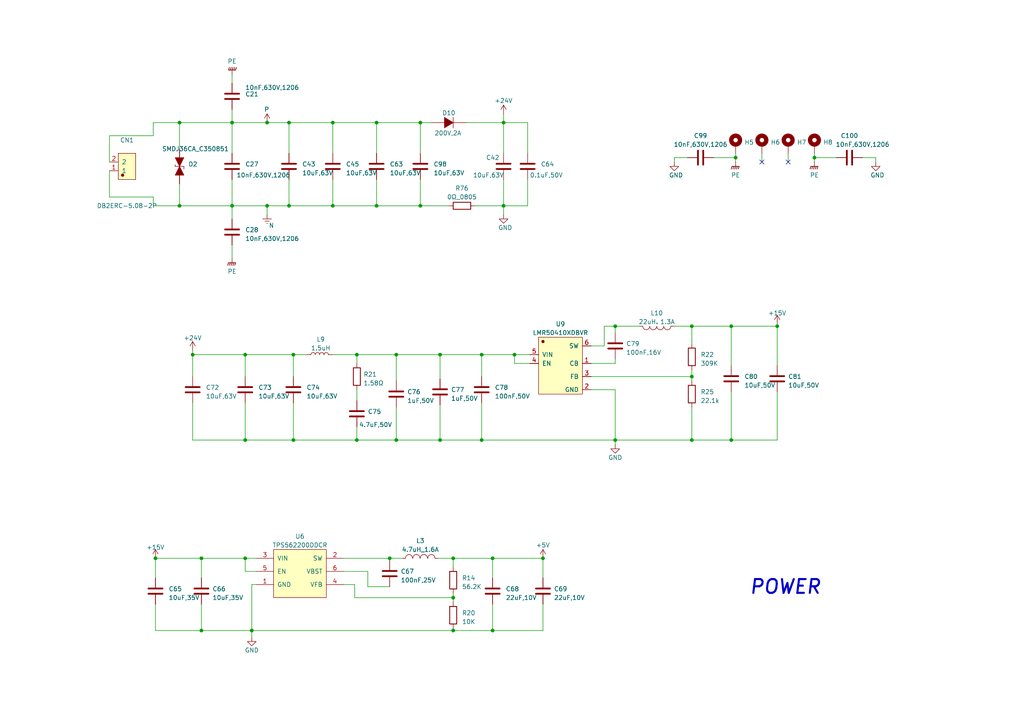
<source format=kicad_sch>
(kicad_sch (version 20230121) (generator eeschema)
  (paper "A4")
  (lib_symbols
    (symbol "00_HPM_power:+24V" (power) (pin_names (offset 0))
      (property "Value" "+24V" (at 0 3.556 0))
      (symbol "+24V_1_1"
        (pin power_in line (at 0 0 90) (length 0) hide (name "+24V") (number "1"))
      )
    )
    (symbol "00_PWR:+15V" (power) (pin_names (offset 0))
      (property "Value" "+15V" (at 0 3.556 0))
      (symbol "+15V_1_1"
        (pin power_in line (at 0 0 90) (length 0) hide (name "+15V") (number "1"))
      )
    )
    (symbol "00_PWR:+24V" (power) (pin_names (offset 0))
      (property "Value" "+24V" (at 0 3.556 0))
      (symbol "+24V_1_1"
        (pin power_in line (at 0 0 90) (length 0) hide (name "+24V") (number "1"))
      )
    )
    (symbol "00_PWR:10nF,630V,1206" (pin_numbers hide) (pin_names (offset 0.254))
      (property "Reference" "C" (at 0.635 2.54 0))
      (property "Value" "10nF,630V,1206" (at 0.635 -2.54 0))
      (symbol "10nF,630V,1206_1_1"
        (pin passive line (at 0 3.81 270) (length 2.794) (name "~") (number "1"))
        (pin passive line (at 0 -3.81 90) (length 2.794) (name "~") (number "2"))
      )
    )
    (symbol "00_PWR:N" (power) (pin_names (offset 0))
      (property "Value" "N" (at 0 -3.81 0))
      (symbol "N_1_1"
        (pin power_in line (at 0 0 270) (length 0) hide (name "N") (number "1"))
      )
    )
    (symbol "00_PWR:P" (power) (pin_names (offset 0))
      (property "Value" "P" (at 0 3.556 0))
      (symbol "P_1_1"
        (pin power_in line (at 0 0 90) (length 0) hide (name "P") (number "1"))
      )
    )
    (symbol "00_PWR:PE" (power) (pin_names (offset 0))
      (property "Value" "PE" (at 0 -3.302 0))
      (symbol "PE_1_1"
        (pin power_in line (at 0 0 270) (length 0) hide (name "PE") (number "1"))
      )
    )
    (symbol "00_PWR:TPS562200DDCR" (pin_names (offset 1.016))
      (property "Reference" "U" (at 0 7.747 0))
      (property "Value" "TPS562200DDCR" (at 0 12.827 0))
      (symbol "TPS562200DDCR_1_1"
        (pin input line (at -12.7 -5.08 0) (length 5.08) (name "GND") (number "1"))
        (pin input line (at 12.7 2.54 180) (length 5.08) (name "SW") (number "2"))
        (pin input line (at -12.7 2.54 0) (length 5.08) (name "VIN") (number "3"))
        (pin input line (at 12.7 -5.08 180) (length 5.08) (name "VFB") (number "4"))
        (pin input line (at -12.7 -1.27 0) (length 5.08) (name "EN") (number "5"))
        (pin input line (at 12.7 -1.27 180) (length 5.08) (name "VBST") (number "6"))
      )
    )
    (symbol "00_PWR:XRCD105-331K" (pin_numbers hide) (pin_names (offset 1.016) hide)
      (property "Reference" "L" (at 0 3.556 0))
      (property "Value" "XRCD105-220M" (at 0 6.35 0))
      (symbol "XRCD105-331K_1_1"
        (pin input line (at -5.08 0 0) (length 1.016) (name "1") (number "1"))
        (pin input line (at 5.08 0 180) (length 1.016) (name "2") (number "2"))
      )
    )
    (symbol "01-HPM-Peripheral:MountingHole_Pad" (pin_numbers hide) (pin_names (offset 1.016) hide)
      (property "Reference" "H" (at -1.27 7.62 0))
      (symbol "MountingHole_Pad_1_1"
        (pin input line (at 0 -2.54 90) (length 2.54) (name "1") (number "1"))
      )
    )
    (symbol "02_HPM_Resistor:0Ω_0805" (pin_numbers hide) (pin_names (offset 0))
      (property "Reference" "R" (at 0 5.08 0))
      (property "Value" "0Ω" (at 1.27 7.62 0))
      (symbol "0Ω_0805_1_1"
        (pin passive line (at -3.81 0 0) (length 1.27) (name "~") (number "1"))
        (pin passive line (at 3.81 0 180) (length 1.27) (name "~") (number "2"))
      )
    )
    (symbol "02_HPM_Resistor:1.58Ω_0402" (pin_numbers hide) (pin_names (offset 0))
      (property "Reference" "R" (at 0 6.35 0))
      (property "Value" "1.58Ω" (at 1.27 8.89 0))
      (symbol "1.58Ω_0402_1_1"
        (pin passive line (at -3.81 0 0) (length 1.27) (name "~") (number "1"))
        (pin passive line (at 3.81 0 180) (length 1.27) (name "~") (number "2"))
      )
    )
    (symbol "02_HPM_Resistor:10K_0402" (pin_numbers hide) (pin_names (offset 0))
      (property "Reference" "R" (at 0 3.81 0))
      (property "Value" "10K" (at 0 6.35 0))
      (symbol "10K_0402_1_1"
        (pin passive line (at -3.81 0 0) (length 1.27) (name "~") (number "1"))
        (pin passive line (at 3.81 0 180) (length 1.27) (name "~") (number "2"))
      )
    )
    (symbol "02_HPM_Resistor:22.1K_0402" (pin_numbers hide) (pin_names (offset 0))
      (property "Reference" "R" (at 0 5.08 0))
      (property "Value" "22.1K" (at 0 7.62 0))
      (symbol "22.1K_0402_1_1"
        (pin passive line (at -3.81 0 0) (length 1.27) (name "~") (number "1"))
        (pin passive line (at 3.81 0 180) (length 1.27) (name "~") (number "2"))
      )
    )
    (symbol "02_HPM_Resistor:309K_0402" (pin_numbers hide) (pin_names (offset 0))
      (property "Reference" "R" (at 0 6.35 0))
      (property "Value" "309K" (at 1.27 8.89 0))
      (symbol "309K_0402_1_1"
        (pin passive line (at -3.81 0 0) (length 1.27) (name "~") (number "1"))
        (pin passive line (at 3.81 0 180) (length 1.27) (name "~") (number "2"))
      )
    )
    (symbol "03_HPM_Capacitance:0.1uF,16V_0402" (pin_numbers hide) (pin_names (offset 0.254))
      (property "Reference" "C" (at -1.27 10.16 0))
      (property "Value" "0.1uF,16V" (at -5.08 12.7 0))
      (symbol "0.1uF,16V_0402_1_1"
        (pin passive line (at 0 3.81 270) (length 2.794) (name "~") (number "1"))
        (pin passive line (at 0 -3.81 90) (length 2.794) (name "~") (number "2"))
      )
    )
    (symbol "03_HPM_Capacitance:0.1uF,50V,0603" (pin_numbers hide) (pin_names (offset 0.254))
      (property "Reference" "C" (at 0.635 2.54 0))
      (property "Value" "0.1uF,50V" (at 0.635 -2.54 0))
      (symbol "0.1uF,50V,0603_1_1"
        (pin passive line (at 0 3.81 270) (length 2.794) (name "~") (number "1"))
        (pin passive line (at 0 -3.81 90) (length 2.794) (name "~") (number "2"))
      )
    )
    (symbol "03_HPM_Capacitance:100nF,25V_0805" (pin_numbers hide) (pin_names (offset 0.254))
      (property "Reference" "C" (at -1.27 10.16 0))
      (property "Value" "100nF,25V" (at -5.08 12.7 0))
      (symbol "100nF,25V_0805_1_1"
        (pin passive line (at 0 3.81 270) (length 2.794) (name "~") (number "1"))
        (pin passive line (at 0 -3.81 90) (length 2.794) (name "~") (number "2"))
      )
    )
    (symbol "03_HPM_Capacitance:100nF,50V_0402" (pin_numbers hide) (pin_names (offset 0.254))
      (property "Reference" "C" (at -1.27 10.16 0))
      (property "Value" "100nF,50V" (at -5.08 12.7 0))
      (symbol "100nF,50V_0402_1_1"
        (pin passive line (at 0 3.81 270) (length 2.794) (name "~") (number "1"))
        (pin passive line (at 0 -3.81 90) (length 2.794) (name "~") (number "2"))
      )
    )
    (symbol "03_HPM_Capacitance:10uF,35V_0805" (pin_numbers hide) (pin_names (offset 0.254))
      (property "Reference" "C" (at -1.27 10.16 0))
      (property "Value" "10uF,35V" (at -5.08 12.7 0))
      (symbol "10uF,35V_0805_1_1"
        (pin passive line (at 0 3.81 270) (length 2.794) (name "~") (number "1"))
        (pin passive line (at 0 -3.81 90) (length 2.794) (name "~") (number "2"))
      )
    )
    (symbol "03_HPM_Capacitance:10uF,50V_1206" (pin_numbers hide) (pin_names (offset 0.254))
      (property "Reference" "C" (at -1.27 10.16 0))
      (property "Value" "10uF,50V" (at -5.08 12.7 0))
      (symbol "10uF,50V_1206_1_1"
        (pin passive line (at 0 3.81 270) (length 2.794) (name "~") (number "1"))
        (pin passive line (at 0 -3.81 90) (length 2.794) (name "~") (number "2"))
      )
    )
    (symbol "03_HPM_Capacitance:10uF,63V_1210" (pin_numbers hide) (pin_names (offset 0.254))
      (property "Reference" "C" (at -1.27 10.16 0))
      (property "Value" "10uF,63V" (at -5.08 12.7 0))
      (symbol "10uF,63V_1210_1_1"
        (pin passive line (at 0 3.81 270) (length 2.794) (name "~") (number "1"))
        (pin passive line (at 0 -3.81 90) (length 2.794) (name "~") (number "2"))
      )
    )
    (symbol "03_HPM_Capacitance:22uF,10V_0603" (pin_numbers hide) (pin_names (offset 0.254))
      (property "Reference" "C" (at 0.635 2.54 0))
      (property "Value" "22uF,10V" (at 0.635 -2.54 0))
      (symbol "22uF,10V_0603_1_1"
        (pin passive line (at 0 3.81 270) (length 2.794) (name "~") (number "1"))
        (pin passive line (at 0 -3.81 90) (length 2.794) (name "~") (number "2"))
      )
    )
    (symbol "03_HPM_Capacitance:4.7uF,16V_0603" (pin_numbers hide) (pin_names (offset 0.254))
      (property "Reference" "C" (at 0.635 2.54 0))
      (property "Value" "4.7uF,16V" (at 0.635 -2.54 0))
      (symbol "4.7uF,16V_0603_1_1"
        (pin passive line (at 0 3.81 270) (length 2.794) (name "~") (number "1"))
        (pin passive line (at 0 -3.81 90) (length 2.794) (name "~") (number "2"))
      )
    )
    (symbol "03_HPM_Capacitance:4.7uF,50V_1206" (pin_numbers hide) (pin_names (offset 0.254))
      (property "Reference" "C" (at 0 13.97 0))
      (property "Value" "4.7uF,50V" (at -3.81 10.16 0))
      (symbol "4.7uF,50V_1206_1_1"
        (pin passive line (at 0 3.81 270) (length 2.794) (name "~") (number "1"))
        (pin passive line (at 0 -3.81 90) (length 2.794) (name "~") (number "2"))
      )
    )
    (symbol "04_HPM_Diode:ES2D-13-F_200V,2A" (pin_numbers hide) (pin_names (offset 1.016) hide)
      (property "Reference" "D" (at 0 4.064 0))
      (property "Value" "ES2D-13-F_200V,2A" (at 0 9.144 0))
      (symbol "ES2D-13-F_200V,2A_1_1"
        (pin input line (at -5.08 0 0) (length 3.81) (name "K") (number "1"))
        (pin input line (at 5.08 0 180) (length 3.81) (name "A") (number "2"))
      )
    )
    (symbol "04_HPM_Diode:SMDJ36CA_C350851" (pin_numbers hide) (pin_names (offset 1.016) hide)
      (property "Reference" "D" (at 0 3.81 0))
      (property "Value" "SMDJ36CA_C350851" (at 0 8.89 0))
      (symbol "SMDJ36CA_C350851_1_1"
        (pin input line (at 5.08 0 180) (length 5.08) (name "A2") (number "1"))
        (pin input line (at -5.08 0 0) (length 5.08) (name "A1") (number "2"))
      )
    )
    (symbol "05_HPM_Connector_DB2ERC:DB2ERC-5.08-2P" (pin_names (offset 1.016))
      (property "Reference" "J" (at 0 6.35 0))
      (property "Value" "DB2ERC-5.08-2P" (at 0 11.43 0))
      (symbol "DB2ERC-5.08-2P_1_1"
        (pin input line (at -5.08 1.27 0) (length 2.54) (name "1") (number "1"))
        (pin input line (at -5.08 -1.27 0) (length 2.54) (name "2") (number "2"))
      )
    )
    (symbol "07_HPM_Inductance:4.7uH_1.6A" (pin_numbers hide) (pin_names (offset 1.016) hide)
      (property "Reference" "L" (at 0 2.54 0))
      (property "Value" "4.7uH_1.6A" (at 0 -2.54 0))
      (symbol "4.7uH_1.6A_1_1"
        (pin input line (at -5.08 0 0) (length 0.762) (name "1") (number "1"))
        (pin input line (at 5.08 0 180) (length 0.762) (name "2") (number "2"))
      )
    )
    (symbol "07_HPM_Inductance:L" (pin_numbers hide) (pin_names (offset 1.016) hide)
      (property "Reference" "L" (at 0 -1.27 0))
      (property "Value" "L" (at 0 2.54 0))
      (symbol "L_1_1"
        (pin passive line (at -3.81 0 0) (length 1.27) (name "1") (number "1"))
        (pin passive line (at 3.81 0 180) (length 1.27) (name "2") (number "2"))
      )
    )
    (symbol "08_HPM_Power_IC:LMR50410XDBVR" (pin_names (offset 1.016))
      (property "Reference" "U" (at 0 7.62 0))
      (property "Value" "LMR50410XDBVR" (at 0 12.7 0))
      (symbol "LMR50410XDBVR_1_1"
        (pin input line (at 8.89 -2.54 180) (length 2.54) (name "CB") (number "1"))
        (pin input line (at 8.89 -10.16 180) (length 2.54) (name "GND") (number "2"))
        (pin input line (at 8.89 -6.35 180) (length 2.54) (name "FB") (number "3"))
        (pin input line (at -8.89 -2.54 0) (length 2.54) (name "EN") (number "4"))
        (pin input line (at -8.89 0 0) (length 2.54) (name "VIN") (number "5"))
        (pin input line (at 8.89 2.54 180) (length 2.54) (name "SW") (number "6"))
      )
    )
    (symbol "power:+5V" (power) (pin_names (offset 0))
      (property "Value" "+5V" (at 0 3.556 0))
      (symbol "+5V_1_1"
        (pin power_in line (at 0 0 90) (length 0) hide (name "+5V") (number "1"))
      )
    )
    (symbol "power:GND" (power) (pin_names (offset 0))
      (property "Value" "GND" (at 0 -3.81 0))
      (symbol "GND_1_1"
        (pin power_in line (at 0 0 270) (length 0) hide (name "GND") (number "1"))
      )
    )
  )
  (junction (at 139.7 127.635))
  (junction (at 73.025 182.88))
  (junction (at 52.07 59.69))
  (junction (at 131.445 182.88))
  (junction (at 77.47 59.69))
  (junction (at 142.875 182.88))
  (junction (at 149.225 102.87))
  (junction (at 127.635 102.87))
  (junction (at 67.31 35.56))
  (junction (at 225.425 94.615))
  (junction (at 131.445 161.925))
  (junction (at 52.07 35.56))
  (junction (at 157.48 161.925))
  (junction (at 96.52 35.56))
  (junction (at 212.09 94.615))
  (junction (at 45.085 161.925))
  (junction (at 114.935 102.87))
  (junction (at 178.435 94.615))
  (junction (at 96.52 59.69))
  (junction (at 85.09 127.635))
  (junction (at 58.42 161.925))
  (junction (at 121.92 35.56))
  (junction (at 146.05 35.56))
  (junction (at 146.05 59.69))
  (junction (at 200.66 127.635))
  (junction (at 131.445 173.355))
  (junction (at 109.22 59.69))
  (junction (at 213.36 45.72))
  (junction (at 103.505 102.87))
  (junction (at 67.31 59.69))
  (junction (at 200.66 109.22))
  (junction (at 71.12 161.925))
  (junction (at 127.635 127.635))
  (junction (at 71.12 102.87))
  (junction (at 200.66 94.615))
  (junction (at 212.09 127.635))
  (junction (at 83.82 35.56))
  (junction (at 142.875 161.925))
  (junction (at 121.92 59.69))
  (junction (at 139.7 102.87))
  (junction (at 77.47 35.56))
  (junction (at 109.22 35.56))
  (junction (at 114.935 127.635))
  (junction (at 103.505 127.635))
  (junction (at 71.12 127.635))
  (junction (at 55.88 102.87))
  (junction (at 178.435 127.635))
  (junction (at 58.42 182.88))
  (junction (at 83.82 59.69))
  (junction (at 113.03 161.925))
  (junction (at 85.09 102.87))
  (junction (at 236.22 45.72))
  (no_connect (at 228.6 46.99))
  (no_connect (at 220.98 46.99))
  (wire (pts (xy 67.31 59.69) (xy 67.31 63.5)))
  (wire (pts (xy 139.7 127.635) (xy 178.435 127.635)))
  (wire (pts (xy 71.12 116.84) (xy 71.12 127.635)))
  (wire (pts (xy 88.9 102.87) (xy 85.09 102.87)))
  (wire (pts (xy 212.09 94.615) (xy 212.09 106.045)))
  (wire (pts (xy 67.31 52.07) (xy 67.31 59.69)))
  (wire (pts (xy 102.87 173.355) (xy 131.445 173.355)))
  (wire (pts (xy 213.36 46.99) (xy 213.36 45.72)))
  (wire (pts (xy 175.26 94.615) (xy 178.435 94.615)))
  (wire (pts (xy 73.025 182.88) (xy 131.445 182.88)))
  (wire (pts (xy 200.66 109.22) (xy 200.66 110.49)))
  (wire (pts (xy 52.07 59.69) (xy 67.31 59.69)))
  (wire (pts (xy 178.435 94.615) (xy 178.435 96.52)))
  (wire (pts (xy 52.07 53.34) (xy 52.07 59.69)))
  (wire (pts (xy 103.505 127.635) (xy 114.935 127.635)))
  (wire (pts (xy 113.03 161.925) (xy 116.84 161.925)))
  (wire (pts (xy 55.88 102.87) (xy 55.88 109.22)))
  (wire (pts (xy 225.425 93.98) (xy 225.425 94.615)))
  (wire (pts (xy 103.505 123.825) (xy 103.505 127.635)))
  (wire (pts (xy 195.58 45.72) (xy 195.58 46.99)))
  (wire (pts (xy 200.66 107.315) (xy 200.66 109.22)))
  (wire (pts (xy 142.875 161.925) (xy 142.875 167.64)))
  (wire (pts (xy 153.67 105.41) (xy 149.225 105.41)))
  (wire (pts (xy 178.435 113.03) (xy 178.435 127.635)))
  (wire (pts (xy 131.445 172.085) (xy 131.445 173.355)))
  (wire (pts (xy 44.45 35.56) (xy 52.07 35.56)))
  (wire (pts (xy 121.92 35.56) (xy 125.095 35.56)))
  (wire (pts (xy 114.935 127.635) (xy 127.635 127.635)))
  (wire (pts (xy 200.66 94.615) (xy 200.66 99.695)))
  (wire (pts (xy 77.47 59.69) (xy 83.82 59.69)))
  (wire (pts (xy 44.45 57.15) (xy 44.45 59.69)))
  (wire (pts (xy 55.88 127.635) (xy 71.12 127.635)))
  (wire (pts (xy 71.12 165.735) (xy 71.12 161.925)))
  (wire (pts (xy 213.36 45.72) (xy 213.36 44.45)))
  (wire (pts (xy 96.52 44.45) (xy 96.52 35.56)))
  (wire (pts (xy 77.47 35.56) (xy 83.82 35.56)))
  (wire (pts (xy 146.05 44.45) (xy 146.05 35.56)))
  (wire (pts (xy 153.035 52.07) (xy 153.035 59.69)))
  (wire (pts (xy 96.52 52.07) (xy 96.52 59.69)))
  (wire (pts (xy 178.435 127.635) (xy 178.435 128.905)))
  (wire (pts (xy 44.45 59.69) (xy 52.07 59.69)))
  (wire (pts (xy 109.22 44.45) (xy 109.22 35.56)))
  (wire (pts (xy 31.75 57.15) (xy 44.45 57.15)))
  (wire (pts (xy 199.39 45.72) (xy 195.58 45.72)))
  (wire (pts (xy 83.82 59.69) (xy 96.52 59.69)))
  (wire (pts (xy 45.085 161.925) (xy 45.085 167.64)))
  (wire (pts (xy 157.48 167.64) (xy 157.48 161.925)))
  (wire (pts (xy 157.48 182.88) (xy 142.875 182.88)))
  (wire (pts (xy 103.505 102.87) (xy 103.505 105.41)))
  (wire (pts (xy 121.92 44.45) (xy 121.92 35.56)))
  (wire (pts (xy 157.48 175.26) (xy 157.48 182.88)))
  (wire (pts (xy 195.58 94.615) (xy 200.66 94.615)))
  (wire (pts (xy 71.12 102.87) (xy 55.88 102.87)))
  (wire (pts (xy 142.875 182.88) (xy 131.445 182.88)))
  (wire (pts (xy 171.45 109.22) (xy 200.66 109.22)))
  (wire (pts (xy 103.505 113.03) (xy 103.505 116.205)))
  (wire (pts (xy 55.88 101.6) (xy 55.88 102.87)))
  (wire (pts (xy 67.31 71.12) (xy 67.31 74.93)))
  (wire (pts (xy 58.42 161.925) (xy 45.085 161.925)))
  (wire (pts (xy 225.425 113.665) (xy 225.425 127.635)))
  (wire (pts (xy 131.445 173.355) (xy 131.445 174.625)))
  (wire (pts (xy 200.66 118.11) (xy 200.66 127.635)))
  (wire (pts (xy 149.225 102.87) (xy 153.67 102.87)))
  (wire (pts (xy 74.295 165.735) (xy 71.12 165.735)))
  (wire (pts (xy 207.01 45.72) (xy 213.36 45.72)))
  (wire (pts (xy 212.09 127.635) (xy 225.425 127.635)))
  (wire (pts (xy 58.42 182.88) (xy 73.025 182.88)))
  (wire (pts (xy 96.52 35.56) (xy 109.22 35.56)))
  (wire (pts (xy 236.22 46.99) (xy 236.22 45.72)))
  (wire (pts (xy 131.445 164.465) (xy 131.445 161.925)))
  (wire (pts (xy 137.795 59.69) (xy 146.05 59.69)))
  (wire (pts (xy 114.935 102.87) (xy 127.635 102.87)))
  (wire (pts (xy 200.66 127.635) (xy 212.09 127.635)))
  (wire (pts (xy 99.695 161.925) (xy 113.03 161.925)))
  (wire (pts (xy 85.09 102.87) (xy 71.12 102.87)))
  (wire (pts (xy 31.75 57.15) (xy 31.75 49.53)))
  (wire (pts (xy 146.05 33.02) (xy 146.05 35.56)))
  (wire (pts (xy 142.875 175.26) (xy 142.875 182.88)))
  (wire (pts (xy 106.68 170.18) (xy 113.03 170.18)))
  (wire (pts (xy 102.87 169.545) (xy 102.87 173.355)))
  (wire (pts (xy 52.07 35.56) (xy 67.31 35.56)))
  (wire (pts (xy 114.935 102.87) (xy 114.935 110.49)))
  (wire (pts (xy 212.09 113.665) (xy 212.09 127.635)))
  (wire (pts (xy 85.09 102.87) (xy 85.09 109.22)))
  (wire (pts (xy 250.19 45.72) (xy 254 45.72)))
  (wire (pts (xy 220.98 46.99) (xy 220.98 44.45)))
  (wire (pts (xy 139.7 116.84) (xy 139.7 127.635)))
  (wire (pts (xy 171.45 113.03) (xy 178.435 113.03)))
  (wire (pts (xy 225.425 94.615) (xy 225.425 106.045)))
  (wire (pts (xy 178.435 127.635) (xy 200.66 127.635)))
  (wire (pts (xy 73.025 182.88) (xy 73.025 184.785)))
  (wire (pts (xy 31.75 39.37) (xy 44.45 39.37)))
  (wire (pts (xy 83.82 52.07) (xy 83.82 59.69)))
  (wire (pts (xy 146.05 52.07) (xy 146.05 59.69)))
  (wire (pts (xy 71.12 127.635) (xy 85.09 127.635)))
  (wire (pts (xy 254 45.72) (xy 254 46.99)))
  (wire (pts (xy 175.26 100.33) (xy 175.26 94.615)))
  (wire (pts (xy 67.31 21.59) (xy 67.31 24.13)))
  (wire (pts (xy 103.505 102.87) (xy 114.935 102.87)))
  (wire (pts (xy 127.635 117.475) (xy 127.635 127.635)))
  (wire (pts (xy 127.635 102.87) (xy 139.7 102.87)))
  (wire (pts (xy 83.82 44.45) (xy 83.82 35.56)))
  (wire (pts (xy 121.92 59.69) (xy 130.175 59.69)))
  (wire (pts (xy 96.52 59.69) (xy 109.22 59.69)))
  (wire (pts (xy 109.22 59.69) (xy 121.92 59.69)))
  (wire (pts (xy 142.875 161.925) (xy 157.48 161.925)))
  (wire (pts (xy 45.085 175.26) (xy 45.085 182.88)))
  (wire (pts (xy 146.05 59.69) (xy 153.035 59.69)))
  (wire (pts (xy 139.7 102.87) (xy 149.225 102.87)))
  (wire (pts (xy 106.68 165.735) (xy 106.68 170.18)))
  (wire (pts (xy 212.09 94.615) (xy 225.425 94.615)))
  (wire (pts (xy 67.31 35.56) (xy 67.31 44.45)))
  (wire (pts (xy 171.45 100.33) (xy 175.26 100.33)))
  (wire (pts (xy 83.82 35.56) (xy 96.52 35.56)))
  (wire (pts (xy 45.085 182.88) (xy 58.42 182.88)))
  (wire (pts (xy 73.025 169.545) (xy 73.025 182.88)))
  (wire (pts (xy 139.7 102.87) (xy 139.7 109.22)))
  (wire (pts (xy 131.445 182.245) (xy 131.445 182.88)))
  (wire (pts (xy 121.92 52.07) (xy 121.92 59.69)))
  (wire (pts (xy 67.31 35.56) (xy 77.47 35.56)))
  (wire (pts (xy 44.45 39.37) (xy 44.45 35.56)))
  (wire (pts (xy 74.295 161.925) (xy 71.12 161.925)))
  (wire (pts (xy 200.66 94.615) (xy 212.09 94.615)))
  (wire (pts (xy 127 161.925) (xy 131.445 161.925)))
  (wire (pts (xy 149.225 105.41) (xy 149.225 102.87)))
  (wire (pts (xy 58.42 175.26) (xy 58.42 182.88)))
  (wire (pts (xy 67.31 59.69) (xy 77.47 59.69)))
  (wire (pts (xy 131.445 161.925) (xy 142.875 161.925)))
  (wire (pts (xy 85.09 116.84) (xy 85.09 127.635)))
  (wire (pts (xy 236.22 45.72) (xy 242.57 45.72)))
  (wire (pts (xy 71.12 102.87) (xy 71.12 109.22)))
  (wire (pts (xy 96.52 102.87) (xy 103.505 102.87)))
  (wire (pts (xy 67.31 31.75) (xy 67.31 35.56)))
  (wire (pts (xy 171.45 105.41) (xy 178.435 105.41)))
  (wire (pts (xy 146.05 35.56) (xy 153.035 35.56)))
  (wire (pts (xy 74.295 169.545) (xy 73.025 169.545)))
  (wire (pts (xy 178.435 105.41) (xy 178.435 104.14)))
  (wire (pts (xy 99.695 165.735) (xy 106.68 165.735)))
  (wire (pts (xy 99.695 169.545) (xy 102.87 169.545)))
  (wire (pts (xy 127.635 127.635) (xy 139.7 127.635)))
  (wire (pts (xy 58.42 161.925) (xy 58.42 167.64)))
  (wire (pts (xy 55.88 116.84) (xy 55.88 127.635)))
  (wire (pts (xy 236.22 45.72) (xy 236.22 44.45)))
  (wire (pts (xy 31.75 39.37) (xy 31.75 46.99)))
  (wire (pts (xy 71.12 161.925) (xy 58.42 161.925)))
  (wire (pts (xy 178.435 94.615) (xy 185.42 94.615)))
  (wire (pts (xy 114.935 118.11) (xy 114.935 127.635)))
  (wire (pts (xy 85.09 127.635) (xy 103.505 127.635)))
  (wire (pts (xy 127.635 109.855) (xy 127.635 102.87)))
  (wire (pts (xy 153.035 35.56) (xy 153.035 44.45)))
  (wire (pts (xy 146.05 62.23) (xy 146.05 59.69)))
  (wire (pts (xy 52.07 35.56) (xy 52.07 43.18)))
  (wire (pts (xy 113.03 161.925) (xy 113.03 162.56)))
  (wire (pts (xy 109.22 35.56) (xy 121.92 35.56)))
  (wire (pts (xy 109.22 52.07) (xy 109.22 59.69)))
  (wire (pts (xy 135.255 35.56) (xy 146.05 35.56)))
  (wire (pts (xy 77.47 59.69) (xy 77.47 62.23)))
  (wire (pts (xy 228.6 46.99) (xy 228.6 44.45)))
  (text "POWER" (at 217.17 172.72 0) (effects (font (size 4 4) (thickness 0.6) bold italic) (justify left bottom)))
  (symbol (lib_id "00_PWR:XRCD105-331K") (at 190.5 94.615 0) (unit 1)
    (property "Reference" "L10" (at 190.4872 90.805 0))
    (property "Value" "22uH，1.3A" (at 190.4872 93.345 0))
    (property "Footprint" "00_PWR:IND-SMD_L4.0-W4.0_SLW4010S" (effects hide))
    (property "SuppliersPartNumber" "C83472" (effects hide))
    (property "uuid" "std:d5e93b4b6fc741a8833dc3a929fd2336" (effects hide))
    (property "Model" "SWPA4030S220MT" (effects hide))
    (property "Company" "Sunlord(顺络)" (effects hide))
    (instances (project "HPM5300_DCServo_DRV_REVB" (path "" (reference "L10") (unit 1)) (path "" (reference "L9") (unit 1))) (project "DCServo_DRV" (path "" (reference "L2") (unit 1))))
  )
  (symbol (lib_id "07_HPM_Inductance:4.7uH_1.6A") (at 121.92 161.925 0) (unit 1)
    (property "Reference" "L3" (at 121.92 156.845 0))
    (property "Value" "4.7uH_1.6A" (at 121.92 159.385 0))
    (property "Footprint" "07_HPM_Inductance:L_1210_3225Metric" (effects hide))
    (property "Model" "DFE322512F-4R7M=P2" (effects hide))
    (property "Company" "muRata(村田)" (effects hide))
    (instances (project "HPM5300_DCServo_DRV_REVB" (path "" (reference "L3") (unit 1)) (path "" (reference "L10") (unit 1))) (project "DCServo_DRV" (path "" (reference "L3") (unit 1))))
  )
  (symbol (lib_id "02_HPM_Resistor:1.58Ω_0402") (at 103.505 109.22 90) (unit 1)
    (property "Reference" "R21" (at 105.41 108.585 90) (effects (justify right)))
    (property "Value" "1.58Ω" (at 105.41 111.125 90) (effects (justify right)))
    (property "Footprint" "02_HPM_Resistor:R_0402_1005Metric" (effects hide))
    (property "Model" "RC0402FR-071R58L" (effects hide))
    (property "Company" "YAGEO(国巨)" (effects hide))
    (instances (project "HPM5300_DCServo_DRV_REVB" (path "" (reference "R21") (unit 1)) (path "" (reference "R20") (unit 1))) (project "DCServo_DRV" (path "" (reference "R9") (unit 1))))
  )
  (symbol (lib_id "00_PWR:10nF,630V,1206") (at 246.38 45.72 90) (unit 1)
    (property "Reference" "C100" (at 246.38 39.37 90))
    (property "Value" "10nF,630V,1206" (at 250.19 41.91 90))
    (property "Footprint" "03_HPM_Capacitance:C_1206_3216Metric" (effects hide))
    (property "Model" "C3216X7R2J103K115AA" (effects hide))
    (property "Company" "TDK" (effects hide))
    (instances (project "HPM5300_DCServo_DRV_REVB" (path "" (reference "C100") (unit 1)) (path "" (reference "C99") (unit 1))) (project "DCServo_DRV" (path "" (reference "C35") (unit 1))) (project "DRV_PWR_RevA" (path "" (reference "C124") (unit 1))))
  )
  (symbol (lib_id "01-HPM-Peripheral:MountingHole_Pad") (at 236.22 41.91 0) (unit 1)
    (property "Reference" "H8" (at 238.76 41.275 0) (effects (justify left)))
    (property "Value" "MountingHole_Pad" (effects hide))
    (property "Footprint" "01_HPM_Peripheral:MountingHole_3.2mm_M3_Pad" (effects hide))
    (instances (project "HPM5300_DCServo_DRV_REVB" (path "" (reference "H8") (unit 1)) (path "" (reference "H4") (unit 1))) (project "DCServo_DRV" (path "" (reference "H4") (unit 1))))
  )
  (symbol (lib_id "power:GND") (at 254 46.99 0) (mirror y) (unit 1)
    (property "Reference" "#PWR069" (effects hide))
    (property "Value" "GND" (at 256.54 50.8 0) (effects (justify left)))
    (instances (project "HPM5300_DCServo_DRV_REVB" (path "" (reference "#PWR069") (unit 1)) (path "" (reference "#PWR0170") (unit 1))) (project "DCServo_DRV" (path "" (reference "#PWR042") (unit 1))) (project "HPM5300 SKT Board QFN48 REVA" (path "" (reference "#PWR037") (unit 1))))
  )
  (symbol (lib_id "04_HPM_Diode:SMDJ36CA_C350851") (at 52.07 48.26 90) (unit 1)
    (property "Reference" "D2" (at 54.61 47.625 90) (effects (justify right)))
    (property "Value" "SMDJ36CA_C350851" (at 46.99 43.18 90) (effects (justify right)))
    (property "Footprint" "04_HPM_Diode:D_SMC" (effects hide))
    (property "Datasheet" "http://www.szlcsc.com/product/details_326962.html" (effects hide))
    (property "SuppliersPartNumber" "C350851" (effects hide))
    (property "uuid" "std:1cc17f80db394fc8a5900f72b3a31a8c" (effects hide))
    (property "Model" "SMDJ36CA" (effects hide))
    (property "Company" "DOWO(东沃)" (effects hide))
    (instances (project "HPM5300_DCServo_DRV_REVB" (path "" (reference "D2") (unit 1)) (path "" (reference "D2") (unit 1))) (project "DCServo_DRV" (path "" (reference "D1") (unit 1))) (project "DCDC" (path "" (reference "D25") (unit 1))) (project "DRV_PWR_RevA" (path "" (reference "D25") (unit 1))))
  )
  (symbol (lib_id "00_PWR:PE") (at 67.31 21.59 180) (unit 1)
    (property "Reference" "#PWR03" (effects hide))
    (property "Value" "PE" (at 67.31 17.78 0))
    (instances (project "HPM5300_DCServo_DRV_REVB" (path "" (reference "#PWR03") (unit 1)) (path "" (reference "#PWR0119") (unit 1))) (project "DCServo_DRV" (path "" (reference "#PWR027") (unit 1))) (project "DCDC" (path "" (reference "#PWR010") (unit 1))) (project "DRV_PWR_RevA" (path "" (reference "#PWR010") (unit 1)) (path "" (reference "#PWR0138") (unit 1))))
  )
  (symbol (lib_id "02_HPM_Resistor:0Ω_0805") (at 133.985 59.69 0) (mirror y) (unit 1)
    (property "Reference" "R76" (at 133.985 54.61 0))
    (property "Value" "0Ω_0805" (at 133.985 57.15 0))
    (property "Footprint" "02_HPM_Resistor:R_0805_2012Metric" (effects hide))
    (property "Model" "RS-05000JT" (effects hide))
    (property "Company" "FH(风华)" (effects hide))
    (instances (project "HPM5300_DCServo_DRV_REVB" (path "" (reference "R76") (unit 1)) (path "" (reference "R2") (unit 1))) (project "DCServo_DRV" (path "" (reference "R12") (unit 1))))
  )
  (symbol (lib_id "03_HPM_Capacitance:0.1uF,16V_0402") (at 178.435 100.33 0) (unit 1)
    (property "Reference" "C79" (at 181.61 99.695 0) (effects (justify left)))
    (property "Value" "100nF,16V" (at 181.61 102.235 0) (effects (justify left)))
    (property "Footprint" "03_HPM_Capacitance:C_0402_1005Metric" (effects hide))
    (property "Model" "CL05B104KO5NNNC" (effects hide))
    (property "Company" "SAMSUNG(三星)" (effects hide))
    (instances (project "HPM5300_DCServo_DRV_REVB" (path "" (reference "C79") (unit 1)) (path "" (reference "C85") (unit 1))) (project "DCServo_DRV" (path "" (reference "C24") (unit 1))))
  )
  (symbol (lib_id "01-HPM-Peripheral:MountingHole_Pad") (at 213.36 41.91 0) (unit 1)
    (property "Reference" "H5" (at 215.9 41.275 0) (effects (justify left)))
    (property "Value" "MountingHole_Pad" (effects hide))
    (property "Footprint" "01_HPM_Peripheral:MountingHole_3.2mm_M3_Pad" (effects hide))
    (instances (project "HPM5300_DCServo_DRV_REVB" (path "" (reference "H5") (unit 1)) (path "" (reference "H1") (unit 1))) (project "DCServo_DRV" (path "" (reference "H1") (unit 1))))
  )
  (symbol (lib_id "03_HPM_Capacitance:10uF,63V_1210") (at 146.05 48.26 0) (unit 1)
    (property "Reference" "C42" (at 140.97 45.72 0) (effects (justify left)))
    (property "Value" "10uF,63V" (at 137.16 50.8 0) (effects (justify left)))
    (property "Footprint" "03_HPM_Capacitance:C_1210_3225Metric" (effects hide))
    (property "Model" "GRM32ER71J106KA12L" (effects hide))
    (property "Company" "muRata(村田)" (effects hide))
    (instances (project "HPM5300_DCServo_DRV_REVB" (path "" (reference "C42") (unit 1)) (path "" (reference "C28") (unit 1))) (project "DCServo_DRV" (path "" (reference "C14") (unit 1))))
  )
  (symbol (lib_id "03_HPM_Capacitance:22uF,10V_0603") (at 142.875 171.45 0) (unit 1)
    (property "Reference" "C68" (at 146.685 170.815 0) (effects (justify left)))
    (property "Value" "22uF,10V" (at 146.685 173.355 0) (effects (justify left)))
    (property "Footprint" "03_HPM_Capacitance:C_0603_1608Metric" (effects hide))
    (property "Model" " CL10A226MP8NUNE" (effects hide))
    (property "Company" " SAMSUNG(三星)" (effects hide))
    (instances (project "HPM5300_DCServo_DRV_REVB" (path "" (reference "C68") (unit 1)) (path "" (reference "C101") (unit 1))) (project "DCServo_DRV" (path "" (reference "C37") (unit 1))))
  )
  (symbol (lib_id "00_PWR:P") (at 77.47 35.56 0) (mirror y) (unit 1)
    (property "Reference" "#PWR0124" (effects hide))
    (property "Value" "P" (at 78.105 31.75 0) (effects (justify left)))
    (instances (project "HPM5300_DCServo_DRV_REVB" (path "" (reference "#PWR0124") (unit 1)) (path "" (reference "#PWR05") (unit 1))) (project "DCServo_DRV" (path "" (reference "#PWR029") (unit 1))) (project "DRV_PWR_RevA" (path "" (reference "#PWR012") (unit 1))))
  )
  (symbol (lib_id "00_PWR:10nF,630V,1206") (at 67.31 27.94 0) (unit 1)
    (property "Reference" "C21" (at 71.12 27.305 0) (effects (justify left)))
    (property "Value" "10nF,630V,1206" (at 71.12 25.4 0) (effects (justify left)))
    (property "Footprint" "03_HPM_Capacitance:C_1206_3216Metric" (effects hide))
    (property "Model" "C3216X7R2J103K115AA" (effects hide))
    (property "Company" "TDK" (effects hide))
    (instances (project "HPM5300_DCServo_DRV_REVB" (path "" (reference "C21") (unit 1)) (path "" (reference "C69") (unit 1))) (project "DCServo_DRV" (path "" (reference "C21") (unit 1))) (project "DCDC" (path "" (reference "C93") (unit 1))) (project "DRV_PWR_RevA" (path "" (reference "C93") (unit 1))))
  )
  (symbol (lib_id "00_HPM_power:+24V") (at 55.88 101.6 0) (unit 1)
    (property "Reference" "#PWR0118" (effects hide))
    (property "Value" "+24V" (at 55.88 98.044 0))
    (instances (project "HPM5300_DCServo_DRV_REVB" (path "" (reference "#PWR0118") (unit 1)) (path "" (reference "#PWR0118") (unit 1))) (project "DCServo_DRV" (path "" (reference "#PWR026") (unit 1))) (project "Motor_Step_11.25" (path "" (reference "#PWR0132") (unit 1))))
  )
  (symbol (lib_id "00_PWR:TPS562200DDCR") (at 86.995 164.465 0) (unit 1)
    (property "Reference" "U6" (at 86.995 155.575 0))
    (property "Value" "TPS562200DDCR" (at 86.995 158.115 0))
    (property "Footprint" "00_PWR:SOT-23-6_L2.9-W1.6-P0.95-LS2.8-BR" (effects hide))
    (property "Datasheet" "http://www.szlcsc.com/product/details_50765.html" (effects hide))
    (property "SuppliersPartNumber" "C49757" (effects hide))
    (property "uuid" "std:efbcef8ee78d404db574f4ebccaaeb37" (effects hide))
    (property "Model" " TPS562200DDCR" (effects hide))
    (property "Company" "TI" (effects hide))
    (instances (project "HPM5300_DCServo_DRV_REVB" (path "" (reference "U6") (unit 1)) (path "" (reference "U12") (unit 1))) (project "DCServo_DRV" (path "" (reference "U5") (unit 1))))
  )
  (symbol (lib_id "03_HPM_Capacitance:10uF,63V_1210") (at 71.12 113.03 0) (unit 1)
    (property "Reference" "C73" (at 74.93 112.395 0) (effects (justify left)))
    (property "Value" "10uF,63V" (at 74.93 114.935 0) (effects (justify left)))
    (property "Footprint" "03_HPM_Capacitance:C_1210_3225Metric" (effects hide))
    (property "Model" "GRM32ER71J106KA12L" (effects hide))
    (property "Company" "muRata(村田)" (effects hide))
    (instances (project "HPM5300_DCServo_DRV_REVB" (path "" (reference "C73") (unit 1)) (path "" (reference "C63") (unit 1))) (project "DCServo_DRV" (path "" (reference "C15") (unit 1))))
  )
  (symbol (lib_id "00_PWR:PE") (at 236.22 46.99 0) (unit 1)
    (property "Reference" "#PWR050" (effects hide))
    (property "Value" "PE" (at 236.22 50.8 0))
    (instances (project "HPM5300_DCServo_DRV_REVB" (path "" (reference "#PWR050") (unit 1)) (path "" (reference "#PWR0169") (unit 1))) (project "DCServo_DRV" (path "" (reference "#PWR041") (unit 1))) (project "DCDC" (path "" (reference "#PWR010") (unit 1))) (project "DRV_PWR_RevA" (path "" (reference "#PWR010") (unit 1)) (path "" (reference "#PWR0139") (unit 1))))
  )
  (symbol (lib_id "00_PWR:10nF,630V,1206") (at 67.31 48.26 0) (unit 1)
    (property "Reference" "C27" (at 71.12 47.625 0) (effects (justify left)))
    (property "Value" "10nF,630V,1206" (at 68.58 50.8 0) (effects (justify left)))
    (property "Footprint" "03_HPM_Capacitance:C_1206_3216Metric" (effects hide))
    (property "Model" "C3216X7R2J103K115AA" (effects hide))
    (property "Company" "TDK" (effects hide))
    (instances (project "HPM5300_DCServo_DRV_REVB" (path "" (reference "C27") (unit 1)) (path "" (reference "C70") (unit 1))) (project "DCServo_DRV" (path "" (reference "C22") (unit 1))) (project "DCDC" (path "" (reference "C94") (unit 1))) (project "DRV_PWR_RevA" (path "" (reference "C94") (unit 1))))
  )
  (symbol (lib_id "01-HPM-Peripheral:MountingHole_Pad") (at 220.98 41.91 0) (unit 1)
    (property "Reference" "H6" (at 223.52 41.275 0) (effects (justify left)))
    (property "Value" "MountingHole_Pad" (effects hide))
    (property "Footprint" "01_HPM_Peripheral:MountingHole_3.2mm_M3_Pad" (effects hide))
    (instances (project "HPM5300_DCServo_DRV_REVB" (path "" (reference "H6") (unit 1)) (path "" (reference "H2") (unit 1))) (project "DCServo_DRV" (path "" (reference "H2") (unit 1))))
  )
  (symbol (lib_id "03_HPM_Capacitance:0.1uF,50V,0603") (at 153.035 48.26 0) (unit 1)
    (property "Reference" "C64" (at 156.845 47.625 0) (effects (justify left)))
    (property "Value" "0.1uF,50V" (at 153.67 50.8 0) (effects (justify left)))
    (property "Footprint" "03_HPM_Capacitance:C_0603_1608Metric" (effects hide))
    (property "Model" "CC0603JRX7R9BB104" (effects hide))
    (property "Company" "YAGEO" (effects hide))
    (instances (project "HPM5300_DCServo_DRV_REVB" (path "" (reference "C64") (unit 1)) (path "" (reference "C95") (unit 1))) (project "DCServo_DRV" (path "" (reference "C31") (unit 1))) (project "DCDC" (path "" (reference "C97") (unit 1))) (project "DRV_PWR_RevA" (path "" (reference "C97") (unit 1))))
  )
  (symbol (lib_id "00_PWR:N") (at 77.47 62.23 0) (mirror y) (unit 1)
    (property "Reference" "#PWR0131" (effects hide))
    (property "Value" "N" (at 78.74 65.405 0))
    (instances (project "HPM5300_DCServo_DRV_REVB" (path "" (reference "#PWR0131") (unit 1)) (path "" (reference "#PWR037") (unit 1))) (project "DCServo_DRV" (path "" (reference "#PWR030") (unit 1))) (project "DRV_PWR_RevA" (path "" (reference "#PWR01") (unit 1))))
  )
  (symbol (lib_id "04_HPM_Diode:ES2D-13-F_200V,2A") (at 130.175 35.56 180) (unit 1)
    (property "Reference" "D10" (at 130.175 32.766 0))
    (property "Value" "200V,2A" (at 129.921 38.608 0))
    (property "Footprint" "04_HPM_Diode:D_SMB" (effects hide))
    (property "Datasheet" "http://www.szlcsc.com/product/details_162370.html" (effects hide))
    (property "SuppliersPartNumber" "C151030" (effects hide))
    (property "uuid" "std:fd82f434810745f8b4546807c483261a" (effects hide))
    (property "Model" "ES2D-13-F" (effects hide))
    (property "Company" "DIODES(美台)" (effects hide))
    (instances (project "HPM5300_DCServo_DRV_REVB" (path "" (reference "D10") (unit 1)) (path "" (reference "D10") (unit 1))) (project "DCServo_DRV" (path "" (reference "D2") (unit 1))) (project "DCDC" (path "" (reference "D26") (unit 1))) (project "DRV_PWR_RevA" (path "" (reference "D26") (unit 1))))
  )
  (symbol (lib_id "power:GND") (at 178.435 128.905 0) (unit 1)
    (property "Reference" "#PWR0119" (effects hide))
    (property "Value" "GND" (at 176.403 132.715 0) (effects (justify left)))
    (instances (project "HPM5300_DCServo_DRV_REVB" (path "" (reference "#PWR0119") (unit 1)) (path "" (reference "#PWR0133") (unit 1))) (project "DCServo_DRV" (path "" (reference "#PWR031") (unit 1))) (project "HPM5300 SKT Board QFN48 REVA" (path "" (reference "#PWR043") (unit 1))))
  )
  (symbol (lib_id "power:GND") (at 195.58 46.99 0) (mirror y) (unit 1)
    (property "Reference" "#PWR029" (effects hide))
    (property "Value" "GND" (at 198.12 50.8 0) (effects (justify left)))
    (instances (project "HPM5300_DCServo_DRV_REVB" (path "" (reference "#PWR029") (unit 1)) (path "" (reference "#PWR0162") (unit 1))) (project "DCServo_DRV" (path "" (reference "#PWR036") (unit 1))) (project "HPM5300 SKT Board QFN48 REVA" (path "" (reference "#PWR037") (unit 1))))
  )
  (symbol (lib_id "02_HPM_Resistor:10K_0402") (at 131.445 178.435 90) (unit 1)
    (property "Reference" "R20" (at 133.985 177.8 90) (effects (justify right)))
    (property "Value" "10K" (at 133.985 180.34 90) (effects (justify right)))
    (property "Footprint" "02_HPM_Resistor:R_0402_1005Metric" (effects hide))
    (property "Model" "0402WGF1002TCE" (effects hide))
    (property "Company" "UNI-ROYAL(厚声)" (effects hide))
    (instances (project "HPM5300_DCServo_DRV_REVB" (path "" (reference "R20") (unit 1)) (path "" (reference "R78") (unit 1))) (project "DCServo_DRV" (path "" (reference "R14") (unit 1))))
  )
  (symbol (lib_id "03_HPM_Capacitance:10uF,63V_1210") (at 109.22 48.26 0) (unit 1)
    (property "Reference" "C63" (at 113.03 47.625 0) (effects (justify left)))
    (property "Value" "10uF,63V" (at 113.03 50.165 0) (effects (justify left)))
    (property "Footprint" "03_HPM_Capacitance:C_1210_3225Metric" (effects hide))
    (property "Model" "GRM32ER71J106KA12L" (effects hide))
    (property "Company" "muRata(村田)" (effects hide))
    (instances (project "HPM5300_DCServo_DRV_REVB" (path "" (reference "C63") (unit 1)) (path "" (reference "C64") (unit 1))) (project "DCServo_DRV" (path "" (reference "C16") (unit 1))))
  )
  (symbol (lib_id "00_PWR:10nF,630V,1206") (at 67.31 67.31 0) (unit 1)
    (property "Reference" "C28" (at 71.12 66.675 0) (effects (justify left)))
    (property "Value" "10nF,630V,1206" (at 71.12 69.215 0) (effects (justify left)))
    (property "Footprint" "03_HPM_Capacitance:C_1206_3216Metric" (effects hide))
    (property "Model" "C3216X7R2J103K115AA" (effects hide))
    (property "Company" "TDK" (effects hide))
    (instances (project "HPM5300_DCServo_DRV_REVB" (path "" (reference "C28") (unit 1)) (path "" (reference "C84") (unit 1))) (project "DCServo_DRV" (path "" (reference "C23") (unit 1))) (project "DCDC" (path "" (reference "C95") (unit 1))) (project "DRV_PWR_RevA" (path "" (reference "C95") (unit 1))))
  )
  (symbol (lib_id "power:+5V") (at 157.48 161.925 0) (unit 1)
    (property "Reference" "#PWR057" (effects hide))
    (property "Value" "+5V" (at 157.48 158.115 0))
    (instances (project "HPM5300_DCServo_DRV_REVB" (path "" (reference "#PWR057") (unit 1)) (path "" (reference "#PWR0171") (unit 1))) (project "DCServo_DRV" (path "" (reference "#PWR043") (unit 1))) (project "HPM5300 SKT Board QFN48 REVA" (path "" (reference "#PWR029") (unit 1))))
  )
  (symbol (lib_id "00_PWR:+15V") (at 225.425 93.98 0) (unit 1)
    (property "Reference" "#PWR0120" (effects hide))
    (property "Value" "+15V" (at 225.425 90.805 0))
    (instances (project "HPM5300_DCServo_DRV_REVB" (path "" (reference "#PWR0120") (unit 1)) (path "" (reference "#PWR0158") (unit 1))) (project "DCServo_DRV" (path "" (reference "#PWR032") (unit 1))))
  )
  (symbol (lib_id "07_HPM_Inductance:L") (at 92.71 102.87 0) (unit 1)
    (property "Reference" "L9" (at 93.0275 98.425 0))
    (property "Value" "1.5uH" (at 93.0275 100.965 0))
    (property "Footprint" "Inductor_SMD:L_0805_2012Metric" (effects hide))
    (property "Model" "LQM21PN1R5MC0D" (effects hide))
    (property "Company" "muRata(村田)" (effects hide))
    (instances (project "HPM5300_DCServo_DRV_REVB" (path "" (reference "L9") (unit 1)) (path "" (reference "L3") (unit 1))) (project "DCServo_DRV" (path "" (reference "L1") (unit 1))))
  )
  (symbol (lib_id "02_HPM_Resistor:22.1K_0402") (at 200.66 114.3 90) (unit 1)
    (property "Reference" "R25" (at 203.2 113.665 90) (effects (justify right)))
    (property "Value" "22.1k" (at 203.2 116.205 90) (effects (justify right)))
    (property "Footprint" "02_HPM_Resistor:R_0402_1005Metric" (effects hide))
    (property "Model" "0402WGF2212TCE" (effects hide))
    (property "Company" "UNI-ROYAL(厚声)" (effects hide))
    (instances (project "HPM5300_DCServo_DRV_REVB" (path "" (reference "R25") (unit 1)) (path "" (reference "R75") (unit 1))) (project "DCServo_DRV" (path "" (reference "R11") (unit 1))))
  )
  (symbol (lib_id "03_HPM_Capacitance:4.7uF,50V_1206") (at 103.505 120.015 0) (unit 1)
    (property "Reference" "C75" (at 106.68 119.38 0) (effects (justify left)))
    (property "Value" "4.7uF,50V" (at 104.14 123.19 0) (effects (justify left)))
    (property "Footprint" "03_HPM_Capacitance:C_1206_3216Metric" (effects hide))
    (property "Model" "CC1206KKX7R9BB475" (effects hide))
    (property "Company" "YAGEO" (effects hide))
    (instances (project "HPM5300_DCServo_DRV_REVB" (path "" (reference "C75") (unit 1)) (path "" (reference "C65") (unit 1))) (project "DCServo_DRV" (path "" (reference "C17") (unit 1))))
  )
  (symbol (lib_id "03_HPM_Capacitance:10uF,35V_0805") (at 58.42 171.45 0) (unit 1)
    (property "Reference" "C66" (at 61.595 170.815 0) (effects (justify left)))
    (property "Value" "10uF,35V" (at 61.595 173.355 0) (effects (justify left)))
    (property "Footprint" "03_HPM_Capacitance:C_0805_2012Metric" (effects hide))
    (property "Model" "GRM21BR6YA106KE43L" (effects hide))
    (property "Company" "muRata(村田)" (effects hide))
    (instances (project "HPM5300_DCServo_DRV_REVB" (path "" (reference "C66") (unit 1)) (path "" (reference "C97") (unit 1))) (project "DCServo_DRV" (path "" (reference "C33") (unit 1))))
  )
  (symbol (lib_id "00_PWR:PE") (at 213.36 46.99 0) (unit 1)
    (property "Reference" "#PWR031" (effects hide))
    (property "Value" "PE" (at 213.36 50.8 0))
    (instances (project "HPM5300_DCServo_DRV_REVB" (path "" (reference "#PWR031") (unit 1)) (path "" (reference "#PWR0165") (unit 1))) (project "DCServo_DRV" (path "" (reference "#PWR038") (unit 1))) (project "DCDC" (path "" (reference "#PWR010") (unit 1))) (project "DRV_PWR_RevA" (path "" (reference "#PWR010") (unit 1)) (path "" (reference "#PWR0139") (unit 1))))
  )
  (symbol (lib_id "01-HPM-Peripheral:MountingHole_Pad") (at 228.6 41.91 0) (unit 1)
    (property "Reference" "H7" (at 231.14 41.275 0) (effects (justify left)))
    (property "Value" "MountingHole_Pad" (effects hide))
    (property "Footprint" "01_HPM_Peripheral:MountingHole_3.2mm_M3_Pad" (effects hide))
    (instances (project "HPM5300_DCServo_DRV_REVB" (path "" (reference "H7") (unit 1)) (path "" (reference "H3") (unit 1))) (project "DCServo_DRV" (path "" (reference "H3") (unit 1))))
  )
  (symbol (lib_id "00_PWR:+15V") (at 45.085 161.925 0) (unit 1)
    (property "Reference" "#PWR055" (effects hide))
    (property "Value" "+15V" (at 45.085 158.75 0))
    (instances (project "HPM5300_DCServo_DRV_REVB" (path "" (reference "#PWR055") (unit 1)) (path "" (reference "#PWR0161") (unit 1))) (project "DCServo_DRV" (path "" (reference "#PWR035") (unit 1))))
  )
  (symbol (lib_id "00_PWR:10nF,630V,1206") (at 203.2 45.72 90) (unit 1)
    (property "Reference" "C99" (at 203.2 39.37 90))
    (property "Value" "10nF,630V,1206" (at 203.2 41.91 90))
    (property "Footprint" "03_HPM_Capacitance:C_1206_3216Metric" (effects hide))
    (property "Model" "C3216X7R2J103K115AA" (effects hide))
    (property "Company" "TDK" (effects hide))
    (instances (project "HPM5300_DCServo_DRV_REVB" (path "" (reference "C99") (unit 1)) (path "" (reference "C98") (unit 1))) (project "DCServo_DRV" (path "" (reference "C34") (unit 1))) (project "DRV_PWR_RevA" (path "" (reference "C124") (unit 1))))
  )
  (symbol (lib_id "08_HPM_Power_IC:LMR50410XDBVR") (at 162.56 102.87 0) (unit 1)
    (property "Reference" "U9" (at 162.56 93.98 0))
    (property "Value" "LMR50410XDBVR" (at 162.56 96.52 0))
    (property "Footprint" "06_HPM_SOT:SOT-23-6" (effects hide))
    (property "SuppliersPartNumber" "C2841056" (effects hide))
    (property "uuid" "std:a9dc0bc312644d85940fb74604bc033f" (effects hide))
    (property "Model" "LMR50410XDBVR" (effects hide))
    (property "Company" "TI" (effects hide))
    (instances (project "HPM5300_DCServo_DRV_REVB" (path "" (reference "U9") (unit 1)) (path "" (reference "U9") (unit 1))) (project "DCServo_DRV" (path "" (reference "U4") (unit 1))))
  )
  (symbol (lib_id "power:GND") (at 73.025 184.785 0) (unit 1)
    (property "Reference" "#PWR056" (effects hide))
    (property "Value" "GND" (at 70.993 188.595 0) (effects (justify left)))
    (instances (project "HPM5300_DCServo_DRV_REVB" (path "" (reference "#PWR056") (unit 1)) (path "" (reference "#PWR0163") (unit 1))) (project "DCServo_DRV" (path "" (reference "#PWR037") (unit 1))) (project "HPM5300 SKT Board QFN48 REVA" (path "" (reference "#PWR043") (unit 1))))
  )
  (symbol (lib_id "02_HPM_Resistor:309K_0402") (at 200.66 103.505 90) (unit 1)
    (property "Reference" "R22" (at 203.2 102.87 90) (effects (justify right)))
    (property "Value" "309K" (at 203.2 105.41 90) (effects (justify right)))
    (property "Footprint" "02_HPM_Resistor:R_0402_1005Metric" (effects hide))
    (property "Model" " RC0402FR-07309KL" (effects hide))
    (property "Company" "YAGEO(国巨)" (effects hide))
    (instances (project "HPM5300_DCServo_DRV_REVB" (path "" (reference "R22") (unit 1)) (path "" (reference "R74") (unit 1))) (project "DCServo_DRV" (path "" (reference "R10") (unit 1))))
  )
  (symbol (lib_id "03_HPM_Capacitance:10uF,50V_1206") (at 212.09 109.855 0) (unit 1)
    (property "Reference" "C80" (at 215.9 109.22 0) (effects (justify left)))
    (property "Value" "10uF,50V" (at 215.9 111.76 0) (effects (justify left)))
    (property "Footprint" "03_HPM_Capacitance:C_1206_3216Metric" (effects hide))
    (property "Model" "CC1206KKX5R9BB106" (effects hide))
    (property "Company" " YAGEO(国巨)" (effects hide))
    (instances (project "HPM5300_DCServo_DRV_REVB" (path "" (reference "C80") (unit 1)) (path "" (reference "C88") (unit 1))) (project "DCServo_DRV" (path "" (reference "C27") (unit 1))))
  )
  (symbol (lib_id "power:GND") (at 146.05 62.23 0) (mirror y) (unit 1)
    (property "Reference" "#PWR046" (effects hide))
    (property "Value" "GND" (at 148.59 66.04 0) (effects (justify left)))
    (instances (project "HPM5300_DCServo_DRV_REVB" (path "" (reference "#PWR046") (unit 1)) (path "" (reference "#PWR0160") (unit 1))) (project "DCServo_DRV" (path "" (reference "#PWR034") (unit 1))) (project "HPM5300 SKT Board QFN48 REVA" (path "" (reference "#PWR037") (unit 1))))
  )
  (symbol (lib_id "03_HPM_Capacitance:10uF,50V_1206") (at 225.425 109.855 0) (unit 1)
    (property "Reference" "C81" (at 228.6 109.22 0) (effects (justify left)))
    (property "Value" "10uF,50V" (at 228.6 111.76 0) (effects (justify left)))
    (property "Footprint" "03_HPM_Capacitance:C_1206_3216Metric" (effects hide))
    (property "Model" "CC1206KKX5R9BB106" (effects hide))
    (property "Company" " YAGEO(国巨)" (effects hide))
    (instances (project "HPM5300_DCServo_DRV_REVB" (path "" (reference "C81") (unit 1)) (path "" (reference "C93") (unit 1))) (project "DCServo_DRV" (path "" (reference "C29") (unit 1))))
  )
  (symbol (lib_id "03_HPM_Capacitance:4.7uF,16V_0603") (at 127.635 113.665 0) (unit 1)
    (property "Reference" "C77" (at 130.81 113.03 0) (effects (justify left)))
    (property "Value" "1uF,50V" (at 130.81 115.57 0) (effects (justify left)))
    (property "Footprint" "03_HPM_Capacitance:C_0603_1608Metric" (effects hide))
    (property "Model" "CL10A475KO8NNNC" (effects hide))
    (property "Company" " SAMSUNG(三星)" (effects hide))
    (instances (project "HPM5300_DCServo_DRV_REVB" (path "" (reference "C77") (unit 1)) (path "" (reference "C67") (unit 1))) (project "DCServo_DRV" (path "" (reference "C19") (unit 1))))
  )
  (symbol (lib_id "05_HPM_Connector_DB2ERC:DB2ERC-5.08-2P") (at 36.83 48.26 0) (mirror x) (unit 1)
    (property "Reference" "CN1" (at 36.83 40.64 0))
    (property "Value" "DB2ERC-5.08-2P" (at 36.83 59.69 0))
    (property "Footprint" "05_HPM_Connector_DB2ERC:CONN-TH_2P-P5.08_DB2ERC-5.08-2P" (effects hide))
    (property "Datasheet" "http://www.szlcsc.com/product/details_376484.html" (effects hide))
    (property "SuppliersPartNumber" "C395737" (effects hide))
    (property "uuid" "std:40210871b2d043dda7f1386a00dd1cda" (effects hide))
    (property "Model" "DB2ERC-5.08-2P-GN" (effects hide))
    (property "Company" "DIBO(地博电气)" (effects hide))
    (instances (project "HPM5300_DCServo_DRV_REVB" (path "" (reference "CN1") (unit 1)) (path "" (reference "CN2") (unit 1))) (project "DCServo_DRV" (path "" (reference "CN2") (unit 1))) (project "DCDC" (path "" (reference "CN1") (unit 1))) (project "DRV_PWR_RevA" (path "" (reference "CN1") (unit 1)) (path "" (reference "CN1") (unit 1))))
  )
  (symbol (lib_id "03_HPM_Capacitance:100nF,25V_0805") (at 113.03 166.37 0) (unit 1)
    (property "Reference" "C67" (at 116.205 165.735 0) (effects (justify left)))
    (property "Value" "100nF,25V" (at 116.205 168.275 0) (effects (justify left)))
    (property "Footprint" "03_HPM_Capacitance:C_0805_2012Metric" (effects hide))
    (property "Model" "CC0805KRX7R8BB104" (effects hide))
    (property "Company" " YAGEO(国巨)" (effects hide))
    (instances (project "HPM5300_DCServo_DRV_REVB" (path "" (reference "C67") (unit 1)) (path "" (reference "C100") (unit 1))) (project "DCServo_DRV" (path "" (reference "C36") (unit 1))))
  )
  (symbol (lib_id "00_PWR:+24V") (at 146.05 33.02 0) (unit 1)
    (property "Reference" "#PWR040" (effects hide))
    (property "Value" "+24V" (at 146.05 29.21 0))
    (instances (project "HPM5300_DCServo_DRV_REVB" (path "" (reference "#PWR040") (unit 1)) (path "" (reference "#PWR0159") (unit 1))) (project "DCServo_DRV" (path "" (reference "#PWR033") (unit 1))) (project "DCDC" (path "" (reference "#PWR0197") (unit 1))) (project "DRV_PWR_RevA" (path "" (reference "#PWR0197") (unit 1))))
  )
  (symbol (lib_id "03_HPM_Capacitance:10uF,63V_1210") (at 55.88 113.03 0) (unit 1)
    (property "Reference" "C72" (at 59.69 112.395 0) (effects (justify left)))
    (property "Value" "10uF,63V" (at 59.69 114.935 0) (effects (justify left)))
    (property "Footprint" "03_HPM_Capacitance:C_1210_3225Metric" (effects hide))
    (property "Model" "GRM32ER71J106KA12L" (effects hide))
    (property "Company" "muRata(村田)" (effects hide))
    (instances (project "HPM5300_DCServo_DRV_REVB" (path "" (reference "C72") (unit 1)) (path "" (reference "C28") (unit 1))) (project "DCServo_DRV" (path "" (reference "C14") (unit 1))))
  )
  (symbol (lib_id "03_HPM_Capacitance:10uF,63V_1210") (at 85.09 113.03 0) (unit 1)
    (property "Reference" "C74" (at 88.9 112.395 0) (effects (justify left)))
    (property "Value" "10uF,63V" (at 88.9 114.935 0) (effects (justify left)))
    (property "Footprint" "03_HPM_Capacitance:C_1210_3225Metric" (effects hide))
    (property "Model" "GRM32ER71J106KA12L" (effects hide))
    (property "Company" "muRata(村田)" (effects hide))
    (instances (project "HPM5300_DCServo_DRV_REVB" (path "" (reference "C74") (unit 1)) (path "" (reference "C64") (unit 1))) (project "DCServo_DRV" (path "" (reference "C16") (unit 1))))
  )
  (symbol (lib_id "03_HPM_Capacitance:10uF,63V_1210") (at 83.82 48.26 0) (unit 1)
    (property "Reference" "C43" (at 87.63 47.625 0) (effects (justify left)))
    (property "Value" "10uF,63V" (at 87.63 50.165 0) (effects (justify left)))
    (property "Footprint" "03_HPM_Capacitance:C_1210_3225Metric" (effects hide))
    (property "Model" "GRM32ER71J106KA12L" (effects hide))
    (property "Company" "muRata(村田)" (effects hide))
    (instances (project "HPM5300_DCServo_DRV_REVB" (path "" (reference "C43") (unit 1)) (path "" (reference "C28") (unit 1))) (project "DCServo_DRV" (path "" (reference "C14") (unit 1))))
  )
  (symbol (lib_id "03_HPM_Capacitance:22uF,10V_0603") (at 157.48 171.45 0) (unit 1)
    (property "Reference" "C69" (at 160.655 170.815 0) (effects (justify left)))
    (property "Value" "22uF,10V" (at 160.655 173.355 0) (effects (justify left)))
    (property "Footprint" "03_HPM_Capacitance:C_0603_1608Metric" (effects hide))
    (property "Model" " CL10A226MP8NUNE" (effects hide))
    (property "Company" " SAMSUNG(三星)" (effects hide))
    (instances (project "HPM5300_DCServo_DRV_REVB" (path "" (reference "C69") (unit 1)) (path "" (reference "C102") (unit 1))) (project "DCServo_DRV" (path "" (reference "C38") (unit 1))))
  )
  (symbol (lib_id "03_HPM_Capacitance:10uF,63V_1210") (at 121.92 48.26 0) (unit 1)
    (property "Reference" "C98" (at 125.73 47.625 0) (effects (justify left)))
    (property "Value" "10uF,63V" (at 125.73 50.165 0) (effects (justify left)))
    (property "Footprint" "03_HPM_Capacitance:C_1210_3225Metric" (effects hide))
    (property "Model" "GRM32ER71J106KA12L" (effects hide))
    (property "Company" "muRata(村田)" (effects hide))
    (instances (project "HPM5300_DCServo_DRV_REVB" (path "" (reference "C98") (unit 1)) (path "" (reference "C64") (unit 1))) (project "DCServo_DRV" (path "" (reference "C16") (unit 1))))
  )
  (symbol (lib_id "03_HPM_Capacitance:10uF,63V_1210") (at 96.52 48.26 0) (unit 1)
    (property "Reference" "C45" (at 100.33 47.625 0) (effects (justify left)))
    (property "Value" "10uF,63V" (at 100.33 50.165 0) (effects (justify left)))
    (property "Footprint" "03_HPM_Capacitance:C_1210_3225Metric" (effects hide))
    (property "Model" "GRM32ER71J106KA12L" (effects hide))
    (property "Company" "muRata(村田)" (effects hide))
    (instances (project "HPM5300_DCServo_DRV_REVB" (path "" (reference "C45") (unit 1)) (path "" (reference "C63") (unit 1))) (project "DCServo_DRV" (path "" (reference "C15") (unit 1))))
  )
  (symbol (lib_id "03_HPM_Capacitance:4.7uF,16V_0603") (at 114.935 114.3 0) (unit 1)
    (property "Reference" "C76" (at 118.11 113.665 0) (effects (justify left)))
    (property "Value" "1uF,50V" (at 118.11 116.205 0) (effects (justify left)))
    (property "Footprint" "03_HPM_Capacitance:C_0603_1608Metric" (effects hide))
    (property "Model" "CL10A475KO8NNNC" (effects hide))
    (property "Company" " SAMSUNG(三星)" (effects hide))
    (instances (project "HPM5300_DCServo_DRV_REVB" (path "" (reference "C76") (unit 1)) (path "" (reference "C66") (unit 1))) (project "DCServo_DRV" (path "" (reference "C18") (unit 1))))
  )
  (symbol (lib_id "02_HPM_Resistor:10K_0402") (at 131.445 168.275 90) (unit 1)
    (property "Reference" "R14" (at 133.985 167.64 90) (effects (justify right)))
    (property "Value" "56.2K" (at 133.985 170.18 90) (effects (justify right)))
    (property "Footprint" "02_HPM_Resistor:R_0402_1005Metric" (effects hide))
    (property "Model" "0402WGF1002TCE" (effects hide))
    (property "Company" "UNI-ROYAL(厚声)" (effects hide))
    (instances (project "HPM5300_DCServo_DRV_REVB" (path "" (reference "R14") (unit 1)) (path "" (reference "R77") (unit 1))) (project "DCServo_DRV" (path "" (reference "R13") (unit 1))))
  )
  (symbol (lib_id "03_HPM_Capacitance:10uF,35V_0805") (at 45.085 171.45 0) (unit 1)
    (property "Reference" "C65" (at 48.895 170.815 0) (effects (justify left)))
    (property "Value" "10uF,35V" (at 48.895 173.355 0) (effects (justify left)))
    (property "Footprint" "03_HPM_Capacitance:C_0805_2012Metric" (effects hide))
    (property "Model" "GRM21BR6YA106KE43L" (effects hide))
    (property "Company" "muRata(村田)" (effects hide))
    (instances (project "HPM5300_DCServo_DRV_REVB" (path "" (reference "C65") (unit 1)) (path "" (reference "C96") (unit 1))) (project "DCServo_DRV" (path "" (reference "C32") (unit 1))))
  )
  (symbol (lib_id "00_PWR:PE") (at 67.31 74.93 0) (unit 1)
    (property "Reference" "#PWR04" (effects hide))
    (property "Value" "PE" (at 67.31 78.74 0))
    (instances (project "HPM5300_DCServo_DRV_REVB" (path "" (reference "#PWR04") (unit 1)) (path "" (reference "#PWR0123") (unit 1))) (project "DCServo_DRV" (path "" (reference "#PWR028") (unit 1))) (project "DCDC" (path "" (reference "#PWR010") (unit 1))) (project "DRV_PWR_RevA" (path "" (reference "#PWR010") (unit 1)) (path "" (reference "#PWR0139") (unit 1))))
  )
  (symbol (lib_id "03_HPM_Capacitance:100nF,50V_0402") (at 139.7 113.03 0) (unit 1)
    (property "Reference" "C78" (at 143.51 112.395 0) (effects (justify left)))
    (property "Value" "100nF,50V" (at 143.51 114.935 0) (effects (justify left)))
    (property "Footprint" "03_HPM_Capacitance:C_0603_1608Metric" (effects hide))
    (property "Model" "CC0603JRX7R9BB104" (effects hide))
    (property "Company" " YAGEO(国巨)" (effects hide))
    (instances (project "HPM5300_DCServo_DRV_REVB" (path "" (reference "C78") (unit 1)) (path "" (reference "C68") (unit 1))) (project "DCServo_DRV" (path "" (reference "C20") (unit 1))))
  )
)
</source>
